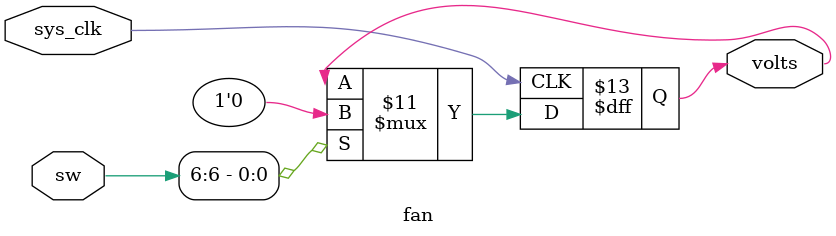
<source format=v>
`timescale 1ns / 1ps
module fan(
	(* LOC = "B8" *) input sys_clk,
	(* LOC = "N17 L13 L14 K17 K18 H18 G18"*) input [6:0] sw,
	(* LOC=""*) output volts
    );

reg[7:0] count=0;

always@(posedge sys_clk) begin

		if (count==255)begin
			count<=0;
		end
		if(sw[6]==1)begin
			volts<=0;
				count<=count+1;
		end
		
		if(sw==2'b01)begin
			
		end
	end


endmodule

</source>
